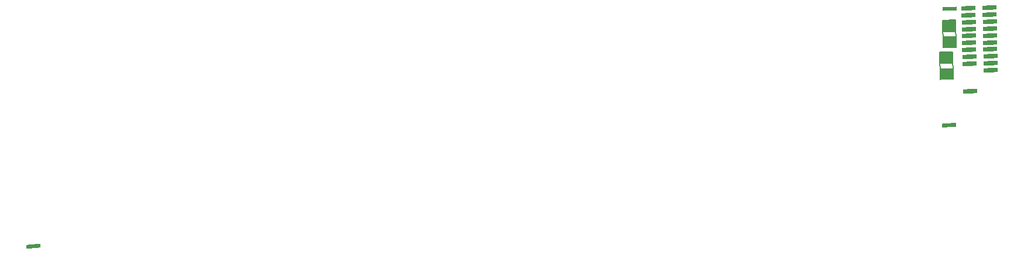
<source format=gbr>
*
G4_C Author: OrCAD GerbTool(tm) 8.1.1 Wed Jun 18 20:29:14 2003*
%LPD*%
%LNsilkbot*%
%FSLAX34Y34*%
%MOIN*%
%AD*%
%AMD25R98*
20,1,0.025000,0.000000,-0.035000,0.000000,0.035000,98.600000*
%
%AMD10R98*
20,1,0.050000,-0.025000,0.000000,0.025000,0.000000,98.600000*
%
%AMD25R98N2*
20,1,0.025000,0.000000,-0.035000,0.000000,0.035000,98.600000*
%
%AMD10R98N2*
20,1,0.050000,-0.025000,0.000000,0.025000,0.000000,98.600000*
%
%AMD25R86*
20,1,0.025000,0.000000,-0.035000,0.000000,0.035000,86.080000*
%
%AMD10R86*
20,1,0.050000,-0.025000,0.000000,0.025000,0.000000,86.080000*
%
%AMD16R5*
20,1,0.025000,-0.035000,0.000000,0.035000,0.000000,5.450000*
%
%AMD10R5*
20,1,0.050000,-0.025000,0.000000,0.025000,0.000000,5.450000*
%
%AMD16R5N2*
20,1,0.025000,-0.035000,0.000000,0.035000,0.000000,5.450000*
%
%AMD10R5N2*
20,1,0.050000,-0.025000,0.000000,0.025000,0.000000,5.450000*
%
%AMD32R3*
20,1,0.025000,0.034920,-0.002390,-0.034920,0.002390,3.950000*
%
%AMD33R3*
20,1,0.050000,-0.001710,-0.024940,0.001710,0.024940,3.950000*
%
%AMD32R3N2*
20,1,0.025000,0.034920,-0.002390,-0.034920,0.002390,3.910000*
%
%AMD33R3N2*
20,1,0.050000,-0.001710,-0.024940,0.001710,0.024940,3.910000*
%
%AMD32R3N3*
20,1,0.025000,0.034920,-0.002390,-0.034920,0.002390,3.920000*
%
%AMD33R3N3*
20,1,0.050000,-0.001710,-0.024940,0.001710,0.024940,3.920000*
%
%AMD29R84*
20,1,0.022000,0.000000,-0.040000,0.000000,0.040000,84.000000*
%
%AMD55R11*
20,1,0.022000,0.039780,-0.004180,-0.039780,0.004180,11.300000*
%
%AMD257R1*
20,1,0.024000,-0.041000,0.000000,0.041000,0.000000,1.000000*
%
%AMD258R1*
20,1,0.027000,-0.036000,0.000000,0.036000,0.000000,1.000000*
%
%AMD256R1*
20,1,0.022000,-0.040000,0.000000,0.040000,0.000000,1.000000*
%
%AMD256R1N2*
20,1,0.022000,-0.040000,0.000000,0.040000,0.000000,1.000000*
%
%AMD60R1*
20,1,0.022000,-0.039990,-0.000700,0.039990,0.000700,1.000000*
%
%AMD61R1*
20,1,0.022000,-0.039970,-0.001400,0.039970,0.001400,1.000000*
%
%AMD62R1*
20,1,0.022000,-0.039940,-0.002100,0.039940,0.002100,1.000000*
%
%ADD10R,0.050000X0.050000*%
%ADD11C,0.006000*%
%ADD12C,0.019000*%
%ADD13C,0.007900*%
%ADD14C,0.005000*%
%ADD15C,0.000800*%
%ADD16R,0.070000X0.025000*%
%ADD17R,0.068000X0.023000*%
%ADD18C,0.006000*%
%ADD19C,0.009800*%
%ADD20C,0.010000*%
%ADD21C,0.030000*%
%ADD22C,0.060000*%
%ADD23C,0.035000*%
%ADD24C,0.055000*%
%ADD25R,0.025000X0.070000*%
%ADD26R,0.027000X0.072000*%
%ADD27R,0.029000X0.058000*%
%ADD28R,0.031000X0.060000*%
%ADD29R,0.022000X0.080000*%
%ADD30R,0.024000X0.082000*%
%ADD31D10R98N2*%
%ADD32D25R86*%
%ADD33D10R86*%
%ADD34D16R5*%
%ADD35D10R5*%
%ADD36D16R5N2*%
%ADD37D10R5N2*%
%ADD38D25R98N2*%
%ADD39D10R98N2*%
%ADD40D25R86*%
%ADD41D10R86*%
%ADD42D16R5*%
%ADD43D10R5*%
%ADD44D16R5N2*%
%ADD45D10R5N2*%
%ADD46D32R3*%
%ADD47D33R3*%
%ADD48R,0.070000X0.025000*%
%ADD49D33R3N2*%
%ADD50C,0.011000*%
%ADD51C,0.036000*%
%ADD52C,0.015000*%
%ADD53R,0.070000X0.025000*%
%ADD54R,0.050000X0.050000*%
%ADD55D29R84*%
%ADD56D55R11*%
%ADD57D257R1*%
%ADD58D258R1*%
%ADD59D256R1*%
%ADD60D256R1N2*%
%ADD61D60R1*%
%ADD62D61R1*%
%ADD63D62R1*%
%ADD256R,0.080000X0.022000*%
%ADD257R,0.082000X0.024000*%
%ADD258R,0.072000X0.027000*%
G4_C OrCAD GerbTool Tool List *
G4_D50 1 0.0110 T 0 0*
G4_D51 3 0.0360 T 0 0*
G4_D52 2 0.0150 T 0 0*
G54D56*
G1X38581Y2810D3*
G54D63*
G1X90711Y9721D3*
G54D57*
G1X91903Y11651D3*
G1X91876Y13226D3*
G1X91868Y13619D3*
G1X91862Y14013D3*
G1X91855Y14407D3*
G1X91849Y14801D3*
G1X91835Y15587D3*
G1X91842Y15194D3*
G1X91828Y15981D3*
G1X91821Y16374D3*
G1X93021Y16396D3*
G1X93028Y16002D3*
G1X93035Y15609D3*
G1X93042Y15215D3*
G1X93048Y14822D3*
G1X93055Y14428D3*
G1X93062Y14034D3*
G1X93068Y13640D3*
G1X93076Y13247D3*
G1X93083Y12853D3*
G54D58*
G1X90588Y12441D3*
G1X90583Y12639D3*
G1X90581Y12823D3*
G1X90573Y13342D3*
G1X90570Y13541D3*
G1X90566Y13723D3*
G1X90927Y13886D2*
G54D18*
G1X90954Y12341D1*
G1X90927Y13887D2*
G1X90190Y13874D1*
G1X90190Y13875D2*
G1X90217Y12328D1*
G54D58*
G1X90745Y14251D3*
G1X90741Y14449D3*
G1X90738Y14633D3*
G1X90730Y15152D3*
G1X90728Y15351D3*
G1X90724Y15533D3*
G1X91085Y15696D2*
G54D18*
G1X91112Y14151D1*
G1X91085Y15697D2*
G1X90348Y15684D1*
G1X90348Y15685D2*
G1X90375Y14138D1*
G54D59*
G1X90742Y16356D3*
M2*

</source>
